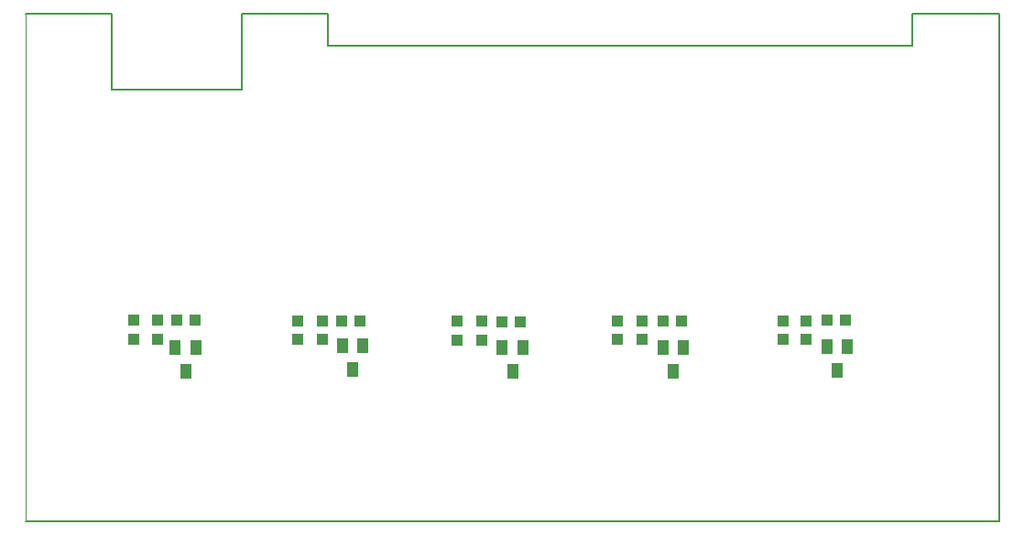
<source format=gbp>
G75*
%MOIN*%
%OFA0B0*%
%FSLAX25Y25*%
%IPPOS*%
%LPD*%
%AMOC8*
5,1,8,0,0,1.08239X$1,22.5*
%
%ADD10C,0.00591*%
%ADD11C,0.00394*%
%ADD12R,0.03937X0.05512*%
%ADD13R,0.04331X0.03937*%
%ADD14R,0.03937X0.04331*%
D10*
X0001394Y0004890D02*
X0355724Y0004890D01*
X0355724Y0189929D01*
X0324228Y0189929D01*
X0324228Y0178118D01*
X0111630Y0178118D01*
X0111630Y0189929D01*
X0080134Y0189929D01*
X0080134Y0162370D01*
X0032890Y0162370D01*
X0032890Y0189929D01*
X0001394Y0189929D01*
D11*
X0001394Y0004890D01*
D12*
X0059772Y0059772D03*
X0063512Y0068433D03*
X0056031Y0068433D03*
X0116780Y0068827D03*
X0124260Y0068827D03*
X0120520Y0060165D03*
X0175024Y0068252D03*
X0182504Y0068252D03*
X0178764Y0059591D03*
X0233496Y0068244D03*
X0240976Y0068244D03*
X0237236Y0059583D03*
X0293197Y0068646D03*
X0300677Y0068646D03*
X0296937Y0059984D03*
D13*
X0285654Y0071394D03*
X0285654Y0078087D03*
X0225976Y0078031D03*
X0225976Y0071339D03*
X0167543Y0071094D03*
X0167543Y0077787D03*
X0109457Y0077976D03*
X0109457Y0071283D03*
X0049402Y0071433D03*
X0049402Y0078126D03*
D14*
X0056402Y0078118D03*
X0063094Y0078118D03*
X0040866Y0078126D03*
X0040866Y0071433D03*
X0100528Y0071283D03*
X0100528Y0077976D03*
X0116638Y0077843D03*
X0123331Y0077843D03*
X0158614Y0077787D03*
X0158614Y0071094D03*
X0174724Y0077606D03*
X0181417Y0077606D03*
X0217047Y0077898D03*
X0217047Y0071205D03*
X0233504Y0077787D03*
X0240197Y0077787D03*
X0277118Y0078087D03*
X0277118Y0071394D03*
X0293071Y0078189D03*
X0299764Y0078189D03*
M02*

</source>
